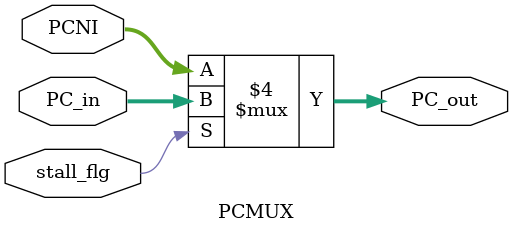
<source format=v>
/*
* 	Nathan Chinn
* 	Minion CPU - NanoQuarter
*
*	Module:  PC Mux
*	Inputs:  PC, PC Next Instruction, Stall flag
*	Outputs: PC 
*	
*/

module PCMUX(	input[31:0]		PC_in,  	// Same Program Count
		input[31:0]		PCNI,		// Program Counter from Branch Selection
		input			stall_flg,	// Stall Flag
		output reg[31:0]	PC_out		// Next Instruction Program Counter	
	  );

	always @(*)
	begin
		if (stall_flg == 1)
			PC_out = PC_in;
		else
			PC_out = PCNI;
	end
endmodule

</source>
